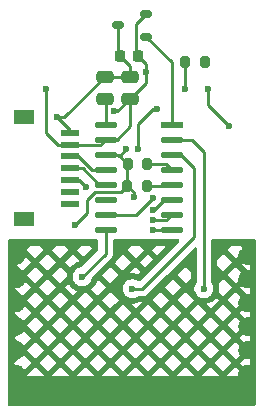
<source format=gbr>
%TF.GenerationSoftware,KiCad,Pcbnew,9.0.0*%
%TF.CreationDate,2025-02-26T19:49:16+08:00*%
%TF.ProjectId,keyboard,6b657962-6f61-4726-942e-6b696361645f,rev?*%
%TF.SameCoordinates,Original*%
%TF.FileFunction,Copper,L2,Bot*%
%TF.FilePolarity,Positive*%
%FSLAX46Y46*%
G04 Gerber Fmt 4.6, Leading zero omitted, Abs format (unit mm)*
G04 Created by KiCad (PCBNEW 9.0.0) date 2025-02-26 19:49:16*
%MOMM*%
%LPD*%
G01*
G04 APERTURE LIST*
G04 Aperture macros list*
%AMRoundRect*
0 Rectangle with rounded corners*
0 $1 Rounding radius*
0 $2 $3 $4 $5 $6 $7 $8 $9 X,Y pos of 4 corners*
0 Add a 4 corners polygon primitive as box body*
4,1,4,$2,$3,$4,$5,$6,$7,$8,$9,$2,$3,0*
0 Add four circle primitives for the rounded corners*
1,1,$1+$1,$2,$3*
1,1,$1+$1,$4,$5*
1,1,$1+$1,$6,$7*
1,1,$1+$1,$8,$9*
0 Add four rect primitives between the rounded corners*
20,1,$1+$1,$2,$3,$4,$5,0*
20,1,$1+$1,$4,$5,$6,$7,0*
20,1,$1+$1,$6,$7,$8,$9,0*
20,1,$1+$1,$8,$9,$2,$3,0*%
%AMOutline5P*
0 Free polygon, 5 corners , with rotation*
0 The origin of the aperture is its center*
0 number of corners: always 5*
0 $1 to $10 corner X, Y*
0 $11 Rotation angle, in degrees counterclockwise*
0 create outline with 5 corners*
4,1,5,$1,$2,$3,$4,$5,$6,$7,$8,$9,$10,$1,$2,$11*%
%AMOutline6P*
0 Free polygon, 6 corners , with rotation*
0 The origin of the aperture is its center*
0 number of corners: always 6*
0 $1 to $12 corner X, Y*
0 $13 Rotation angle, in degrees counterclockwise*
0 create outline with 6 corners*
4,1,6,$1,$2,$3,$4,$5,$6,$7,$8,$9,$10,$11,$12,$1,$2,$13*%
%AMOutline7P*
0 Free polygon, 7 corners , with rotation*
0 The origin of the aperture is its center*
0 number of corners: always 7*
0 $1 to $14 corner X, Y*
0 $15 Rotation angle, in degrees counterclockwise*
0 create outline with 7 corners*
4,1,7,$1,$2,$3,$4,$5,$6,$7,$8,$9,$10,$11,$12,$13,$14,$1,$2,$15*%
%AMOutline8P*
0 Free polygon, 8 corners , with rotation*
0 The origin of the aperture is its center*
0 number of corners: always 8*
0 $1 to $16 corner X, Y*
0 $17 Rotation angle, in degrees counterclockwise*
0 create outline with 8 corners*
4,1,8,$1,$2,$3,$4,$5,$6,$7,$8,$9,$10,$11,$12,$13,$14,$15,$16,$1,$2,$17*%
G04 Aperture macros list end*
%TA.AperFunction,SMDPad,CuDef*%
%ADD10RoundRect,0.200000X0.200000X0.275000X-0.200000X0.275000X-0.200000X-0.275000X0.200000X-0.275000X0*%
%TD*%
%TA.AperFunction,SMDPad,CuDef*%
%ADD11RoundRect,0.250000X0.475000X-0.250000X0.475000X0.250000X-0.475000X0.250000X-0.475000X-0.250000X0*%
%TD*%
%TA.AperFunction,SMDPad,CuDef*%
%ADD12RoundRect,0.225000X0.225000X0.250000X-0.225000X0.250000X-0.225000X-0.250000X0.225000X-0.250000X0*%
%TD*%
%TA.AperFunction,SMDPad,CuDef*%
%ADD13R,1.550000X0.600000*%
%TD*%
%TA.AperFunction,SMDPad,CuDef*%
%ADD14R,1.800000X1.200000*%
%TD*%
%TA.AperFunction,SMDPad,CuDef*%
%ADD15RoundRect,0.175000X0.325000X0.175000X-0.325000X0.175000X-0.325000X-0.175000X0.325000X-0.175000X0*%
%TD*%
%TA.AperFunction,SMDPad,CuDef*%
%ADD16R,1.828800X0.558800*%
%TD*%
%TA.AperFunction,SMDPad,CuDef*%
%ADD17Outline8P,-0.279400X0.774700X-0.139700X0.914400X0.139700X0.914400X0.279400X0.774700X0.279400X-0.774700X0.139700X-0.914400X-0.139700X-0.914400X-0.279400X-0.774700X270.000000*%
%TD*%
%TA.AperFunction,ViaPad*%
%ADD18C,0.600000*%
%TD*%
%TA.AperFunction,Conductor*%
%ADD19C,0.254000*%
%TD*%
G04 APERTURE END LIST*
D10*
%TO.P,R5,1*%
%TO.N,/MCS*%
X181385000Y-88640000D03*
%TO.P,R5,2*%
%TO.N,/CS_PREV*%
X179735000Y-88640000D03*
%TD*%
D11*
%TO.P,C1,2*%
%TO.N,GND*%
X172910000Y-89850894D03*
%TO.P,C1,1*%
%TO.N,Net-(U4-V33)*%
X172910000Y-91750894D03*
%TD*%
D10*
%TO.P,R4,1*%
%TO.N,/SCK*%
X176485000Y-99071750D03*
%TO.P,R4,2*%
%TO.N,GND*%
X174835000Y-99071750D03*
%TD*%
%TO.P,R3,1*%
%TO.N,/SDA*%
X176509500Y-97279000D03*
%TO.P,R3,2*%
%TO.N,GND*%
X174859500Y-97279000D03*
%TD*%
D12*
%TO.P,C3,1*%
%TO.N,5V*%
X175734106Y-88130000D03*
%TO.P,C3,2*%
%TO.N,GND*%
X174184106Y-88130000D03*
%TD*%
D13*
%TO.P,J1,1,Pin_1*%
%TO.N,/OK_PREV*%
X169952330Y-100600000D03*
%TO.P,J1,2,Pin_2*%
%TO.N,/OK_NEXT*%
X169952330Y-99600000D03*
%TO.P,J1,3,Pin_3*%
%TO.N,/RESET*%
X169952330Y-98600000D03*
%TO.P,J1,4,Pin_4*%
%TO.N,/DP*%
X169952330Y-97600000D03*
%TO.P,J1,5,Pin_5*%
%TO.N,/DM*%
X169952330Y-96600000D03*
%TO.P,J1,6,Pin_6*%
%TO.N,5V*%
X169952330Y-95600000D03*
%TO.P,J1,7,Pin_7*%
%TO.N,GND*%
X169952330Y-94600000D03*
D14*
%TO.P,J1,MP1*%
%TO.N,N/C*%
X166077330Y-101900000D03*
%TO.P,J1,MP2*%
X166077330Y-93300000D03*
%TD*%
D11*
%TO.P,C2,1*%
%TO.N,5V*%
X175030000Y-91750894D03*
%TO.P,C2,2*%
%TO.N,GND*%
X175030000Y-89850894D03*
%TD*%
D15*
%TO.P,U1,1,VCC*%
%TO.N,5V*%
X176400000Y-84557500D03*
%TO.P,U1,2,VOUT*%
%TO.N,/AIN*%
X176400000Y-86457500D03*
%TO.P,U1,3,GND*%
%TO.N,GND*%
X174000000Y-85507500D03*
%TD*%
D16*
%TO.P,U4,1,P3.2/TXD1_/INT0/VBUS1/AIN3*%
%TO.N,/AIN*%
X178562000Y-93904000D03*
D17*
%TO.P,U4,2,P1.4/T2_/CAP1_/SCS/TIN2/UCC1/AIN1*%
%TO.N,/TIN1*%
X178562000Y-95174000D03*
%TO.P,U4,3,P1.5/MOSI/PWM1/TIN3/UCC2/AIN2*%
%TO.N,/TIN2*%
X178562000Y-96444000D03*
%TO.P,U4,4,P1.6/MISO/RXD1/TIN4*%
%TO.N,/SDA*%
X178562000Y-97714000D03*
%TO.P,U4,5,P1.7/SCK/TXD1/TIN5*%
%TO.N,/SCK*%
X178562000Y-98984000D03*
%TO.P,U4,6,RST/T2EX_/CAP2_*%
%TO.N,/RESET*%
X178562000Y-100254000D03*
%TO.P,U4,7,P3.1/PWM2_/TXD*%
%TO.N,/OK_NEXT*%
X178562000Y-101524000D03*
%TO.P,U4,8,P3.0/PWM1_/RXD*%
%TO.N,/OK_PREV*%
X178562000Y-102794000D03*
%TO.P,U4,9,P1.1/T2EX/CAP2/TIN1/VBUS2/AIN0*%
%TO.N,/TIN0*%
X172974000Y-102794000D03*
%TO.P,U4,10,P3.3/INT1*%
%TO.N,/CS_PREV*%
X172974000Y-101524000D03*
%TO.P,U4,11,P3.4/PWM2/RXD1_/T0*%
%TO.N,/CS_NEXT*%
X172974000Y-100254000D03*
%TO.P,U4,12,P3.6/UDP*%
%TO.N,/DP*%
X172974000Y-98984000D03*
%TO.P,U4,13,P3.7/UDM*%
%TO.N,/DM*%
X172974000Y-97714000D03*
%TO.P,U4,14,GND/VSS*%
%TO.N,GND*%
X172974000Y-96444000D03*
%TO.P,U4,15,VCC/VDD*%
%TO.N,5V*%
X172974000Y-95174000D03*
%TO.P,U4,16,V33*%
%TO.N,Net-(U4-V33)*%
X172974000Y-93904000D03*
%TD*%
D18*
%TO.N,/CS_PREV*%
X179685000Y-90925000D03*
%TO.N,/MCS*%
X181400000Y-88700000D03*
%TO.N,GND*%
X165400000Y-105000000D03*
X165400000Y-107000000D03*
X165400000Y-109000000D03*
X165400000Y-111000000D03*
X165400000Y-113000000D03*
X165400000Y-115000000D03*
X165500000Y-116800000D03*
X167000000Y-116800000D03*
X169000000Y-116800000D03*
X171000000Y-116800000D03*
X173000000Y-116800000D03*
X175000000Y-116800000D03*
X177000000Y-116800000D03*
X179000000Y-116800000D03*
X181000000Y-116800000D03*
X183000000Y-116800000D03*
X185000000Y-105000000D03*
X185000000Y-107000000D03*
X185000000Y-109000000D03*
X185000000Y-111000000D03*
X185000000Y-113000000D03*
X185000000Y-115000000D03*
X185000000Y-116800000D03*
X183400000Y-94000000D03*
X181685000Y-90925000D03*
X170400000Y-102400000D03*
X175400000Y-100000000D03*
%TO.N,/CS_PREV*%
X177000000Y-100100000D03*
%TO.N,GND*%
X168900000Y-93300000D03*
X174700000Y-96000000D03*
%TO.N,5V*%
X176400000Y-89500000D03*
X173700000Y-92800000D03*
X167905000Y-90925000D03*
%TO.N,/RESET*%
X171300000Y-99200000D03*
%TO.N,/OK_NEXT*%
X169952330Y-99600000D03*
%TO.N,/OK_PREV*%
X169952330Y-100600000D03*
X177000000Y-102794000D03*
%TO.N,/OK_NEXT*%
X177000000Y-101993997D03*
%TO.N,/RESET*%
X177000000Y-101100000D03*
%TO.N,/CS_NEXT*%
X172974000Y-100254000D03*
%TO.N,/TIN2*%
X175252221Y-107800000D03*
%TO.N,/TIN1*%
X181307776Y-107800000D03*
%TO.N,/SCK_PREV*%
X177300000Y-92600000D03*
X175733332Y-96000000D03*
%TO.N,/SCK*%
X178562000Y-98984000D03*
%TO.N,/SDA*%
X178562000Y-97714000D03*
%TO.N,/TIN0*%
X171002221Y-106800000D03*
%TD*%
D19*
%TO.N,/CS_PREV*%
X179685000Y-88690000D02*
X179735000Y-88640000D01*
X179685000Y-90925000D02*
X179685000Y-88690000D01*
%TO.N,GND*%
X174184106Y-88084106D02*
X174000000Y-87900000D01*
X174184106Y-88130000D02*
X174184106Y-88084106D01*
X174000000Y-87900000D02*
X174000000Y-85507500D01*
X175030000Y-88975894D02*
X174184106Y-88130000D01*
X175030000Y-89850894D02*
X175030000Y-88975894D01*
%TO.N,5V*%
X175572000Y-85385500D02*
X176400000Y-84557500D01*
X175572000Y-87967894D02*
X175572000Y-85385500D01*
X175734106Y-88130000D02*
X175572000Y-87967894D01*
X176400000Y-88795894D02*
X175734106Y-88130000D01*
X176400000Y-89500000D02*
X176400000Y-88795894D01*
%TO.N,GND*%
X181685000Y-92285000D02*
X183400000Y-94000000D01*
X181685000Y-90925000D02*
X181685000Y-92285000D01*
%TO.N,/CS_PREV*%
X175576000Y-101524000D02*
X172974000Y-101524000D01*
X177000000Y-100100000D02*
X175576000Y-101524000D01*
%TO.N,GND*%
X169460894Y-93300000D02*
X172910000Y-89850894D01*
X168900000Y-93300000D02*
X169460894Y-93300000D01*
X175030000Y-89850894D02*
X172910000Y-89850894D01*
%TO.N,/RESET*%
X170700000Y-98600000D02*
X169952330Y-98600000D01*
X171300000Y-99200000D02*
X170700000Y-98600000D01*
%TO.N,GND*%
X175400000Y-99636750D02*
X174835000Y-99071750D01*
X175400000Y-100000000D02*
X175400000Y-99636750D01*
X174835000Y-99071750D02*
X174835000Y-99135000D01*
%TO.N,/RESET*%
X177100000Y-101100000D02*
X177946000Y-100254000D01*
X177946000Y-100254000D02*
X178562000Y-100254000D01*
X177000000Y-101100000D02*
X177100000Y-101100000D01*
%TO.N,/OK_NEXT*%
X178092003Y-101993997D02*
X178562000Y-101524000D01*
X177000000Y-101993997D02*
X178092003Y-101993997D01*
%TO.N,/OK_PREV*%
X177000000Y-102794000D02*
X178562000Y-102794000D01*
%TO.N,/SDA*%
X178127000Y-97279000D02*
X178562000Y-97714000D01*
X176509500Y-97279000D02*
X178127000Y-97279000D01*
%TO.N,/SCK*%
X178474250Y-99071750D02*
X178562000Y-98984000D01*
X176485000Y-99071750D02*
X178474250Y-99071750D01*
%TO.N,GND*%
X169952330Y-94352330D02*
X168900000Y-93300000D01*
X169952330Y-94600000D02*
X169952330Y-94352330D01*
X174256000Y-96444000D02*
X174700000Y-96000000D01*
X172974000Y-96444000D02*
X174256000Y-96444000D01*
X174024500Y-96444000D02*
X172974000Y-96444000D01*
X174859500Y-97279000D02*
X174024500Y-96444000D01*
X174835000Y-99071750D02*
X174835000Y-97303500D01*
X174835000Y-97303500D02*
X174859500Y-97279000D01*
%TO.N,5V*%
X176400000Y-90380894D02*
X175030000Y-91750894D01*
X176400000Y-89500000D02*
X176400000Y-90380894D01*
X173980894Y-92800000D02*
X175030000Y-91750894D01*
X173700000Y-92800000D02*
X173980894Y-92800000D01*
X168923330Y-95600000D02*
X169952330Y-95600000D01*
X167905000Y-94581670D02*
X168923330Y-95600000D01*
X167905000Y-90925000D02*
X167905000Y-94581670D01*
%TO.N,/TIN2*%
X180500000Y-103400000D02*
X176100000Y-107800000D01*
X179344000Y-96444000D02*
X180500000Y-97600000D01*
X180500000Y-97600000D02*
X180500000Y-103400000D01*
X178562000Y-96444000D02*
X179344000Y-96444000D01*
X176100000Y-107800000D02*
X175252221Y-107800000D01*
%TO.N,/TIN1*%
X181307776Y-96207776D02*
X181307776Y-107800000D01*
X178562000Y-95174000D02*
X180274000Y-95174000D01*
X180274000Y-95174000D02*
X181307776Y-96207776D01*
%TO.N,/SCK_PREV*%
X177010000Y-92600000D02*
X177300000Y-92600000D01*
X175733332Y-93876668D02*
X177010000Y-92600000D01*
X175733332Y-96000000D02*
X175733332Y-93876668D01*
%TO.N,5V*%
X175030000Y-94070000D02*
X175030000Y-91750894D01*
X173926000Y-95174000D02*
X175030000Y-94070000D01*
X172974000Y-95174000D02*
X173926000Y-95174000D01*
%TO.N,Net-(U4-V33)*%
X172974000Y-93904000D02*
X172974000Y-91814894D01*
X172974000Y-91814894D02*
X172910000Y-91750894D01*
%TO.N,5V*%
X172548000Y-95600000D02*
X172974000Y-95174000D01*
X169952330Y-95600000D02*
X172548000Y-95600000D01*
%TO.N,/AIN*%
X178562000Y-88619500D02*
X176400000Y-86457500D01*
X178562000Y-93904000D02*
X178562000Y-88619500D01*
%TO.N,/TIN0*%
X172974000Y-104828221D02*
X172974000Y-102794000D01*
X171002221Y-106800000D02*
X172974000Y-104828221D01*
%TO.N,/DP*%
X171039862Y-97600000D02*
X172423862Y-98984000D01*
X169952330Y-97600000D02*
X171039862Y-97600000D01*
X172423862Y-98984000D02*
X172974000Y-98984000D01*
%TO.N,/DM*%
X170683330Y-96600000D02*
X169952330Y-96600000D01*
X171797330Y-97714000D02*
X170683330Y-96600000D01*
X172974000Y-97714000D02*
X171797330Y-97714000D01*
%TO.N,GND*%
X171400000Y-101400000D02*
X170400000Y-102400000D01*
X171400000Y-101000000D02*
X171400000Y-101400000D01*
X171400000Y-100310036D02*
X171400000Y-101000000D01*
X172110036Y-99600000D02*
X171400000Y-100310036D01*
X174306750Y-99600000D02*
X172110036Y-99600000D01*
X174835000Y-99071750D02*
X174306750Y-99600000D01*
%TD*%
%TA.AperFunction,Conductor*%
%TO.N,GND*%
G36*
X172289539Y-103619685D02*
G01*
X172335294Y-103672489D01*
X172346500Y-103724000D01*
X172346500Y-104516939D01*
X172326815Y-104583978D01*
X172310181Y-104604620D01*
X170939893Y-105974907D01*
X170878570Y-106008392D01*
X170876404Y-106008843D01*
X170768729Y-106030261D01*
X170768719Y-106030264D01*
X170623048Y-106090602D01*
X170623035Y-106090609D01*
X170491932Y-106178210D01*
X170491928Y-106178213D01*
X170380434Y-106289707D01*
X170380431Y-106289711D01*
X170292830Y-106420814D01*
X170292823Y-106420827D01*
X170232485Y-106566498D01*
X170232482Y-106566510D01*
X170201721Y-106721153D01*
X170201721Y-106878846D01*
X170232482Y-107033489D01*
X170232485Y-107033501D01*
X170292823Y-107179172D01*
X170292830Y-107179185D01*
X170380431Y-107310288D01*
X170380434Y-107310292D01*
X170491928Y-107421786D01*
X170491932Y-107421789D01*
X170623035Y-107509390D01*
X170623048Y-107509397D01*
X170760904Y-107566498D01*
X170768724Y-107569737D01*
X170906442Y-107597131D01*
X170923374Y-107600499D01*
X170923377Y-107600500D01*
X170923379Y-107600500D01*
X171081065Y-107600500D01*
X171081066Y-107600499D01*
X171235718Y-107569737D01*
X171381400Y-107509394D01*
X171512510Y-107421789D01*
X171624010Y-107310289D01*
X171711615Y-107179179D01*
X171718095Y-107163536D01*
X171730230Y-107134239D01*
X171771958Y-107033497D01*
X171793377Y-106925812D01*
X171825760Y-106863906D01*
X171827255Y-106862383D01*
X172014893Y-106674745D01*
X172719170Y-106674745D01*
X173395965Y-107351540D01*
X174104486Y-106643019D01*
X174006266Y-106544799D01*
X174906983Y-106544799D01*
X174909573Y-106544218D01*
X175088218Y-106508683D01*
X175094218Y-106507642D01*
X175106362Y-106505841D01*
X175112401Y-106505096D01*
X175136742Y-106502699D01*
X175142811Y-106502251D01*
X175155068Y-106501649D01*
X175161151Y-106501500D01*
X175343291Y-106501500D01*
X175349374Y-106501649D01*
X175361631Y-106502251D01*
X175367700Y-106502699D01*
X175392041Y-106505096D01*
X175398080Y-106505841D01*
X175410224Y-106507642D01*
X175416224Y-106508683D01*
X175594869Y-106544218D01*
X175600819Y-106545554D01*
X175612727Y-106548538D01*
X175618582Y-106550159D01*
X175641987Y-106557259D01*
X175647768Y-106559168D01*
X175659321Y-106563302D01*
X175664996Y-106565492D01*
X175720018Y-106588282D01*
X175945544Y-106362756D01*
X175517285Y-105934497D01*
X174906983Y-106544799D01*
X174006266Y-106544799D01*
X173427691Y-105966224D01*
X172719170Y-106674745D01*
X172014893Y-106674745D01*
X173075552Y-105614087D01*
X173779832Y-105614087D01*
X174456625Y-106290880D01*
X175165147Y-105582358D01*
X175869424Y-105582358D01*
X176297682Y-106010617D01*
X177006204Y-105302095D01*
X176577946Y-104873837D01*
X175869424Y-105582358D01*
X175165147Y-105582358D01*
X174456625Y-104873836D01*
X173968163Y-105362298D01*
X173963521Y-105370985D01*
X173960516Y-105376290D01*
X173954204Y-105386820D01*
X173950950Y-105391957D01*
X173868689Y-105515070D01*
X173865186Y-105520045D01*
X173857875Y-105529903D01*
X173854129Y-105534704D01*
X173838613Y-105553610D01*
X173834644Y-105558211D01*
X173826401Y-105567307D01*
X173822198Y-105571722D01*
X173779832Y-105614087D01*
X173075552Y-105614087D01*
X173461411Y-105228229D01*
X173530083Y-105125454D01*
X173549676Y-105078151D01*
X173577386Y-105011255D01*
X173601500Y-104890024D01*
X173601500Y-104766417D01*
X173601500Y-104521698D01*
X174808764Y-104521698D01*
X175517285Y-105230220D01*
X176225807Y-104521698D01*
X176930084Y-104521698D01*
X177358343Y-104949957D01*
X178066865Y-104241436D01*
X178049429Y-104224000D01*
X177227783Y-104224000D01*
X176930084Y-104521698D01*
X176225807Y-104521698D01*
X175928109Y-104224000D01*
X175106463Y-104224000D01*
X174808764Y-104521698D01*
X173601500Y-104521698D01*
X173601500Y-103724000D01*
X173621185Y-103656961D01*
X173673989Y-103611206D01*
X173725500Y-103600000D01*
X179113219Y-103600000D01*
X179180258Y-103619685D01*
X179226013Y-103672489D01*
X179235957Y-103741647D01*
X179206932Y-103805203D01*
X179200900Y-103811681D01*
X175877545Y-107135035D01*
X175816222Y-107168520D01*
X175746530Y-107163536D01*
X175720973Y-107150456D01*
X175631406Y-107090609D01*
X175631393Y-107090602D01*
X175485722Y-107030264D01*
X175485710Y-107030261D01*
X175331066Y-106999500D01*
X175331063Y-106999500D01*
X175173379Y-106999500D01*
X175173376Y-106999500D01*
X175018731Y-107030261D01*
X175018719Y-107030264D01*
X174873048Y-107090602D01*
X174873035Y-107090609D01*
X174741932Y-107178210D01*
X174741928Y-107178213D01*
X174630434Y-107289707D01*
X174630431Y-107289711D01*
X174542830Y-107420814D01*
X174542823Y-107420827D01*
X174482485Y-107566498D01*
X174482482Y-107566510D01*
X174451721Y-107721153D01*
X174451721Y-107878846D01*
X174482482Y-108033489D01*
X174482485Y-108033501D01*
X174542823Y-108179172D01*
X174542830Y-108179185D01*
X174630431Y-108310288D01*
X174630434Y-108310292D01*
X174741928Y-108421786D01*
X174741932Y-108421789D01*
X174873035Y-108509390D01*
X174873048Y-108509397D01*
X175018719Y-108569735D01*
X175018724Y-108569737D01*
X175156442Y-108597131D01*
X175173374Y-108600499D01*
X175173377Y-108600500D01*
X175173379Y-108600500D01*
X175331065Y-108600500D01*
X175331066Y-108600499D01*
X175485718Y-108569737D01*
X175631400Y-108509394D01*
X175722687Y-108448398D01*
X175789364Y-108427520D01*
X175791578Y-108427500D01*
X176161804Y-108427500D01*
X176161805Y-108427499D01*
X176283035Y-108403386D01*
X176363784Y-108369937D01*
X176397233Y-108356083D01*
X176500008Y-108287411D01*
X176587411Y-108200008D01*
X177083740Y-107703679D01*
X177990744Y-107703679D01*
X178699266Y-108412200D01*
X179407787Y-107703679D01*
X178699266Y-106995157D01*
X177990744Y-107703679D01*
X177083740Y-107703679D01*
X178144400Y-106643019D01*
X179051404Y-106643019D01*
X179759926Y-107351540D01*
X180182276Y-106929191D01*
X180182276Y-106356847D01*
X179759926Y-105934497D01*
X179051404Y-106643019D01*
X178144400Y-106643019D01*
X180468595Y-104318824D01*
X180529918Y-104285339D01*
X180599610Y-104290323D01*
X180655543Y-104332195D01*
X180679960Y-104397659D01*
X180680276Y-104406505D01*
X180680276Y-107260642D01*
X180660591Y-107327681D01*
X180659378Y-107329533D01*
X180598385Y-107420814D01*
X180598378Y-107420827D01*
X180538040Y-107566498D01*
X180538037Y-107566510D01*
X180507276Y-107721153D01*
X180507276Y-107878846D01*
X180538037Y-108033489D01*
X180538040Y-108033501D01*
X180598378Y-108179172D01*
X180598385Y-108179185D01*
X180685986Y-108310288D01*
X180685989Y-108310292D01*
X180797483Y-108421786D01*
X180797487Y-108421789D01*
X180928590Y-108509390D01*
X180928603Y-108509397D01*
X181074274Y-108569735D01*
X181074279Y-108569737D01*
X181211997Y-108597131D01*
X181228929Y-108600499D01*
X181228932Y-108600500D01*
X181228934Y-108600500D01*
X181386620Y-108600500D01*
X181386621Y-108600499D01*
X181541273Y-108569737D01*
X181686955Y-108509394D01*
X181818065Y-108421789D01*
X181929565Y-108310289D01*
X182017170Y-108179179D01*
X182077513Y-108033497D01*
X182108276Y-107878842D01*
X182108276Y-107721158D01*
X182108276Y-107721155D01*
X182108275Y-107721153D01*
X182099915Y-107679125D01*
X182077513Y-107566503D01*
X182053856Y-107509390D01*
X182017173Y-107420827D01*
X182017166Y-107420814D01*
X181998365Y-107392676D01*
X182544387Y-107392676D01*
X182544474Y-107392900D01*
X182548608Y-107404453D01*
X182550517Y-107410234D01*
X182557617Y-107433639D01*
X182559238Y-107439494D01*
X182562222Y-107451402D01*
X182563558Y-107457352D01*
X182599093Y-107635997D01*
X182600134Y-107641997D01*
X182601935Y-107654141D01*
X182602680Y-107660180D01*
X182605077Y-107684521D01*
X182605525Y-107690590D01*
X182606127Y-107702847D01*
X182606276Y-107708930D01*
X182606276Y-107891070D01*
X182606127Y-107897153D01*
X182605525Y-107909410D01*
X182605077Y-107915479D01*
X182602680Y-107939820D01*
X182601935Y-107945859D01*
X182600134Y-107958003D01*
X182599093Y-107964004D01*
X182581608Y-108051901D01*
X182941907Y-108412200D01*
X183650428Y-107703679D01*
X183650427Y-107703678D01*
X184354705Y-107703678D01*
X184884780Y-108233754D01*
X184911791Y-108228382D01*
X184935981Y-108226000D01*
X185064019Y-108226000D01*
X185088210Y-108228383D01*
X185201500Y-108250917D01*
X185201500Y-107749082D01*
X185088210Y-107771617D01*
X185064019Y-107774000D01*
X184935981Y-107774000D01*
X184911790Y-107771617D01*
X184786211Y-107746638D01*
X184762949Y-107739582D01*
X184644657Y-107690583D01*
X184623220Y-107679125D01*
X184516759Y-107607991D01*
X184497968Y-107592569D01*
X184481891Y-107576492D01*
X184354705Y-107703678D01*
X183650427Y-107703678D01*
X182941906Y-106995157D01*
X182544387Y-107392676D01*
X181998365Y-107392676D01*
X181956174Y-107329533D01*
X181935296Y-107262855D01*
X181935276Y-107260642D01*
X181935276Y-106643019D01*
X183294045Y-106643019D01*
X184002566Y-107351540D01*
X184234606Y-107119500D01*
X184228383Y-107088210D01*
X184226000Y-107064019D01*
X184226000Y-106935981D01*
X184228383Y-106911790D01*
X184253362Y-106786211D01*
X184260418Y-106762949D01*
X184309417Y-106644657D01*
X184320875Y-106623220D01*
X184392009Y-106516759D01*
X184407431Y-106497968D01*
X184486734Y-106418664D01*
X184002567Y-105934497D01*
X183294045Y-106643019D01*
X181935276Y-106643019D01*
X181935276Y-105382468D01*
X182433276Y-105382468D01*
X182433276Y-105782249D01*
X182941907Y-106290880D01*
X183650428Y-105582358D01*
X184354705Y-105582358D01*
X184998347Y-106226000D01*
X185064019Y-106226000D01*
X185088210Y-106228383D01*
X185119498Y-106234606D01*
X185201500Y-106152605D01*
X185201500Y-105749082D01*
X185088210Y-105771617D01*
X185064019Y-105774000D01*
X184935981Y-105774000D01*
X184911790Y-105771617D01*
X184786211Y-105746638D01*
X184762949Y-105739582D01*
X184644657Y-105690583D01*
X184623220Y-105679125D01*
X184516759Y-105607991D01*
X184497968Y-105592569D01*
X184421231Y-105515832D01*
X184354705Y-105582358D01*
X183650428Y-105582358D01*
X182941906Y-104873837D01*
X182433276Y-105382468D01*
X181935276Y-105382468D01*
X181935276Y-104521698D01*
X183294045Y-104521698D01*
X184002567Y-105230220D01*
X184226000Y-105006787D01*
X184226000Y-104935981D01*
X184228383Y-104911790D01*
X184253362Y-104786211D01*
X184260418Y-104762949D01*
X184309417Y-104644657D01*
X184320875Y-104623220D01*
X184392009Y-104516759D01*
X184407431Y-104497968D01*
X184497968Y-104407431D01*
X184516759Y-104392009D01*
X184555508Y-104366118D01*
X184413390Y-104224000D01*
X183591744Y-104224000D01*
X183294045Y-104521698D01*
X181935276Y-104521698D01*
X181935276Y-103724000D01*
X181954961Y-103656961D01*
X182007765Y-103611206D01*
X182059276Y-103600000D01*
X185575500Y-103600000D01*
X185642539Y-103619685D01*
X185688294Y-103672489D01*
X185699500Y-103724000D01*
X185699500Y-115800000D01*
X164700500Y-115800000D01*
X164700500Y-115128300D01*
X166323482Y-115128300D01*
X166371182Y-115176000D01*
X167692827Y-115176000D01*
X167740526Y-115128301D01*
X168444803Y-115128301D01*
X168492502Y-115176000D01*
X169814147Y-115176000D01*
X169861846Y-115128300D01*
X170566123Y-115128300D01*
X170613823Y-115176000D01*
X171935468Y-115176000D01*
X171983167Y-115128301D01*
X171983166Y-115128300D01*
X172687443Y-115128300D01*
X172735143Y-115176000D01*
X174056788Y-115176000D01*
X174104487Y-115128301D01*
X174808764Y-115128301D01*
X174856463Y-115176000D01*
X176178108Y-115176000D01*
X176225807Y-115128300D01*
X176930084Y-115128300D01*
X176977784Y-115176000D01*
X178299429Y-115176000D01*
X178347128Y-115128301D01*
X178347127Y-115128300D01*
X179051404Y-115128300D01*
X179099104Y-115176000D01*
X180420749Y-115176000D01*
X180468448Y-115128301D01*
X181172725Y-115128301D01*
X181220424Y-115176000D01*
X182542069Y-115176000D01*
X182589768Y-115128300D01*
X183294045Y-115128300D01*
X183341745Y-115176000D01*
X184245845Y-115176000D01*
X184228383Y-115088210D01*
X184226000Y-115064019D01*
X184226000Y-114935981D01*
X184228383Y-114911790D01*
X184253362Y-114786211D01*
X184260418Y-114762949D01*
X184285407Y-114702619D01*
X184002567Y-114419779D01*
X183294045Y-115128300D01*
X182589768Y-115128300D01*
X181881246Y-114419779D01*
X181172725Y-115128301D01*
X180468448Y-115128301D01*
X179759926Y-114419779D01*
X179051404Y-115128300D01*
X178347127Y-115128300D01*
X177638606Y-114419779D01*
X176930084Y-115128300D01*
X176225807Y-115128300D01*
X175517285Y-114419779D01*
X174808764Y-115128301D01*
X174104487Y-115128301D01*
X173395965Y-114419779D01*
X172687443Y-115128300D01*
X171983166Y-115128300D01*
X171274645Y-114419779D01*
X170566123Y-115128300D01*
X169861846Y-115128300D01*
X169153324Y-114419779D01*
X168444803Y-115128301D01*
X167740526Y-115128301D01*
X167032004Y-114419779D01*
X166323482Y-115128300D01*
X164700500Y-115128300D01*
X164700500Y-114067639D01*
X165262822Y-114067639D01*
X165421183Y-114226000D01*
X165464019Y-114226000D01*
X165488210Y-114228383D01*
X165613789Y-114253362D01*
X165637051Y-114260418D01*
X165755343Y-114309417D01*
X165776780Y-114320875D01*
X165883241Y-114392009D01*
X165902032Y-114407431D01*
X165992569Y-114497968D01*
X166007991Y-114516759D01*
X166079125Y-114623220D01*
X166090583Y-114644657D01*
X166094175Y-114653329D01*
X166679864Y-114067640D01*
X167384143Y-114067640D01*
X168092664Y-114776161D01*
X168801186Y-114067640D01*
X169505463Y-114067640D01*
X170213984Y-114776161D01*
X170922506Y-114067640D01*
X171626783Y-114067640D01*
X172335305Y-114776161D01*
X173043826Y-114067640D01*
X173748104Y-114067640D01*
X174456625Y-114776161D01*
X175165147Y-114067640D01*
X175869424Y-114067640D01*
X176577945Y-114776161D01*
X177286467Y-114067640D01*
X177990744Y-114067640D01*
X178699266Y-114776161D01*
X179407787Y-114067640D01*
X180112065Y-114067640D01*
X180820586Y-114776161D01*
X181529108Y-114067640D01*
X182233385Y-114067640D01*
X182941907Y-114776161D01*
X183650428Y-114067640D01*
X183650427Y-114067639D01*
X184354705Y-114067639D01*
X184614061Y-114326995D01*
X184623221Y-114320875D01*
X184644657Y-114309417D01*
X184762949Y-114260418D01*
X184786211Y-114253362D01*
X184911790Y-114228383D01*
X184935981Y-114226000D01*
X185064019Y-114226000D01*
X185088210Y-114228383D01*
X185201500Y-114250917D01*
X185201500Y-113749082D01*
X185088210Y-113771617D01*
X185064019Y-113774000D01*
X184935981Y-113774000D01*
X184911790Y-113771617D01*
X184786211Y-113746638D01*
X184762949Y-113739582D01*
X184706249Y-113716095D01*
X184354705Y-114067639D01*
X183650427Y-114067639D01*
X182941907Y-113359119D01*
X182233385Y-114067640D01*
X181529108Y-114067640D01*
X180820586Y-113359118D01*
X180112065Y-114067640D01*
X179407787Y-114067640D01*
X178699266Y-113359118D01*
X177990744Y-114067640D01*
X177286467Y-114067640D01*
X176577945Y-113359118D01*
X175869424Y-114067640D01*
X175165147Y-114067640D01*
X174456625Y-113359118D01*
X173748104Y-114067640D01*
X173043826Y-114067640D01*
X172335305Y-113359118D01*
X171626783Y-114067640D01*
X170922506Y-114067640D01*
X170213984Y-113359118D01*
X169505463Y-114067640D01*
X168801186Y-114067640D01*
X168092664Y-113359118D01*
X167384143Y-114067640D01*
X166679864Y-114067640D01*
X166679865Y-114067639D01*
X166043028Y-113430802D01*
X166007991Y-113483241D01*
X165992569Y-113502032D01*
X165902032Y-113592569D01*
X165883241Y-113607991D01*
X165776780Y-113679125D01*
X165755343Y-113690583D01*
X165637051Y-113739582D01*
X165613788Y-113746639D01*
X165576383Y-113754079D01*
X165262822Y-114067639D01*
X164700500Y-114067639D01*
X164700500Y-113006980D01*
X166323482Y-113006980D01*
X167032004Y-113715501D01*
X167740525Y-113006980D01*
X168444803Y-113006980D01*
X169153324Y-113715501D01*
X169861846Y-113006980D01*
X170566123Y-113006980D01*
X171274645Y-113715501D01*
X171983166Y-113006980D01*
X172687443Y-113006980D01*
X173395965Y-113715501D01*
X174104486Y-113006980D01*
X174808764Y-113006980D01*
X175517285Y-113715501D01*
X176225807Y-113006980D01*
X176930084Y-113006980D01*
X177638606Y-113715501D01*
X178347127Y-113006980D01*
X179051404Y-113006980D01*
X179759926Y-113715501D01*
X180468447Y-113006980D01*
X181172725Y-113006980D01*
X181881246Y-113715501D01*
X182589768Y-113006980D01*
X183294045Y-113006980D01*
X184002566Y-113715501D01*
X184329051Y-113389016D01*
X184320875Y-113376780D01*
X184309417Y-113355343D01*
X184260418Y-113237051D01*
X184253362Y-113213789D01*
X184228383Y-113088210D01*
X184226000Y-113064019D01*
X184226000Y-112935981D01*
X184228383Y-112911790D01*
X184253362Y-112786211D01*
X184260418Y-112762949D01*
X184309417Y-112644657D01*
X184320875Y-112623221D01*
X184323460Y-112619352D01*
X184002567Y-112298459D01*
X183294045Y-113006980D01*
X182589768Y-113006980D01*
X181881246Y-112298458D01*
X181172725Y-113006980D01*
X180468447Y-113006980D01*
X179759926Y-112298458D01*
X179051404Y-113006980D01*
X178347127Y-113006980D01*
X177638606Y-112298458D01*
X176930084Y-113006980D01*
X176225807Y-113006980D01*
X175517285Y-112298458D01*
X174808764Y-113006980D01*
X174104486Y-113006980D01*
X173395965Y-112298458D01*
X172687443Y-113006980D01*
X171983166Y-113006980D01*
X171274645Y-112298458D01*
X170566123Y-113006980D01*
X169861846Y-113006980D01*
X169153324Y-112298458D01*
X168444803Y-113006980D01*
X167740525Y-113006980D01*
X167032004Y-112298458D01*
X166323482Y-113006980D01*
X164700500Y-113006980D01*
X164700500Y-111946320D01*
X165262823Y-111946320D01*
X165558958Y-112242455D01*
X165613789Y-112253362D01*
X165637051Y-112260418D01*
X165755343Y-112309417D01*
X165776780Y-112320875D01*
X165883241Y-112392009D01*
X165902032Y-112407431D01*
X165992569Y-112497968D01*
X166007991Y-112516759D01*
X166048619Y-112577564D01*
X166679864Y-111946320D01*
X167384143Y-111946320D01*
X168092664Y-112654841D01*
X168801186Y-111946320D01*
X169505463Y-111946320D01*
X170213984Y-112654841D01*
X170922506Y-111946320D01*
X171626784Y-111946320D01*
X172335305Y-112654841D01*
X173043826Y-111946320D01*
X173748104Y-111946320D01*
X174456625Y-112654841D01*
X175165147Y-111946320D01*
X175869424Y-111946320D01*
X176577945Y-112654841D01*
X177286467Y-111946320D01*
X177990745Y-111946320D01*
X178699266Y-112654841D01*
X179407787Y-111946320D01*
X180112065Y-111946320D01*
X180820586Y-112654841D01*
X181529108Y-111946320D01*
X182233386Y-111946320D01*
X182941907Y-112654841D01*
X183650428Y-111946320D01*
X183650427Y-111946319D01*
X184354705Y-111946319D01*
X184696378Y-112287992D01*
X184762949Y-112260418D01*
X184786211Y-112253362D01*
X184911790Y-112228383D01*
X184935981Y-112226000D01*
X185064019Y-112226000D01*
X185088210Y-112228383D01*
X185201500Y-112250917D01*
X185201500Y-111749082D01*
X185088210Y-111771617D01*
X185064019Y-111774000D01*
X184935981Y-111774000D01*
X184911790Y-111771617D01*
X184786211Y-111746638D01*
X184762949Y-111739582D01*
X184644657Y-111690583D01*
X184623219Y-111679124D01*
X184622429Y-111678596D01*
X184354705Y-111946319D01*
X183650427Y-111946319D01*
X182941907Y-111237799D01*
X182233386Y-111946320D01*
X181529108Y-111946320D01*
X180820586Y-111237798D01*
X180112065Y-111946320D01*
X179407787Y-111946320D01*
X178699266Y-111237798D01*
X177990745Y-111946320D01*
X177286467Y-111946320D01*
X176577945Y-111237798D01*
X175869424Y-111946320D01*
X175165147Y-111946320D01*
X174456625Y-111237798D01*
X173748104Y-111946320D01*
X173043826Y-111946320D01*
X172335305Y-111237798D01*
X171626784Y-111946320D01*
X170922506Y-111946320D01*
X170213984Y-111237798D01*
X169505463Y-111946320D01*
X168801186Y-111946320D01*
X168092664Y-111237798D01*
X167384143Y-111946320D01*
X166679864Y-111946320D01*
X166679865Y-111946319D01*
X166089992Y-111356447D01*
X166079125Y-111376780D01*
X166007991Y-111483241D01*
X165992569Y-111502032D01*
X165902032Y-111592569D01*
X165883241Y-111607991D01*
X165776780Y-111679125D01*
X165755343Y-111690583D01*
X165637051Y-111739582D01*
X165613789Y-111746638D01*
X165488210Y-111771617D01*
X165464019Y-111774000D01*
X165435143Y-111774000D01*
X165262823Y-111946320D01*
X164700500Y-111946320D01*
X164700500Y-110885659D01*
X166323482Y-110885659D01*
X167032004Y-111594181D01*
X167740525Y-110885659D01*
X168444803Y-110885659D01*
X169153324Y-111594181D01*
X169861846Y-110885659D01*
X170566123Y-110885659D01*
X171274645Y-111594181D01*
X171983166Y-110885659D01*
X172687443Y-110885659D01*
X173395965Y-111594181D01*
X174104486Y-110885659D01*
X174808764Y-110885659D01*
X175517285Y-111594181D01*
X176225807Y-110885659D01*
X176930084Y-110885659D01*
X177638606Y-111594181D01*
X178347127Y-110885659D01*
X179051404Y-110885659D01*
X179759926Y-111594181D01*
X180468447Y-110885659D01*
X181172725Y-110885659D01*
X181881246Y-111594181D01*
X182589768Y-110885659D01*
X183294045Y-110885659D01*
X184002566Y-111594180D01*
X184289496Y-111307250D01*
X184260418Y-111237051D01*
X184253362Y-111213789D01*
X184228383Y-111088210D01*
X184226000Y-111064019D01*
X184226000Y-110935981D01*
X184228383Y-110911790D01*
X184253362Y-110786211D01*
X184260418Y-110762949D01*
X184309417Y-110644657D01*
X184320875Y-110623220D01*
X184372053Y-110546624D01*
X184002567Y-110177138D01*
X183294045Y-110885659D01*
X182589768Y-110885659D01*
X181881246Y-110177138D01*
X181172725Y-110885659D01*
X180468447Y-110885659D01*
X179759926Y-110177138D01*
X179051404Y-110885659D01*
X178347127Y-110885659D01*
X177638606Y-110177138D01*
X176930084Y-110885659D01*
X176225807Y-110885659D01*
X175517285Y-110177138D01*
X174808764Y-110885659D01*
X174104486Y-110885659D01*
X173395965Y-110177138D01*
X172687443Y-110885659D01*
X171983166Y-110885659D01*
X171274645Y-110177138D01*
X170566123Y-110885659D01*
X169861846Y-110885659D01*
X169153324Y-110177138D01*
X168444803Y-110885659D01*
X167740525Y-110885659D01*
X167032004Y-110177138D01*
X166323482Y-110885659D01*
X164700500Y-110885659D01*
X164700500Y-109824999D01*
X165262822Y-109824999D01*
X165741509Y-110303686D01*
X165755344Y-110309417D01*
X165776780Y-110320875D01*
X165883241Y-110392009D01*
X165902032Y-110407431D01*
X165992569Y-110497968D01*
X165999027Y-110505837D01*
X166679865Y-109824999D01*
X167384143Y-109824999D01*
X168092664Y-110533521D01*
X168801186Y-109824999D01*
X169505463Y-109824999D01*
X170213984Y-110533521D01*
X170922506Y-109824999D01*
X171626783Y-109824999D01*
X172335305Y-110533521D01*
X173043826Y-109824999D01*
X173748104Y-109824999D01*
X174456625Y-110533521D01*
X175165147Y-109824999D01*
X175869424Y-109824999D01*
X176577945Y-110533521D01*
X177286467Y-109824999D01*
X177990744Y-109824999D01*
X178699266Y-110533521D01*
X179407787Y-109824999D01*
X180112065Y-109824999D01*
X180820586Y-110533521D01*
X181529108Y-109824999D01*
X182233385Y-109824999D01*
X182941907Y-110533521D01*
X183650428Y-109824999D01*
X184354705Y-109824999D01*
X184783799Y-110254093D01*
X184786211Y-110253362D01*
X184911790Y-110228383D01*
X184935981Y-110226000D01*
X185064019Y-110226000D01*
X185088210Y-110228383D01*
X185201500Y-110250917D01*
X185201500Y-109749082D01*
X185088210Y-109771617D01*
X185064019Y-109774000D01*
X184935981Y-109774000D01*
X184911790Y-109771617D01*
X184786211Y-109746638D01*
X184762949Y-109739582D01*
X184644657Y-109690583D01*
X184623220Y-109679125D01*
X184549702Y-109630002D01*
X184354705Y-109824999D01*
X183650428Y-109824999D01*
X182941907Y-109116478D01*
X182233385Y-109824999D01*
X181529108Y-109824999D01*
X180820586Y-109116478D01*
X180112065Y-109824999D01*
X179407787Y-109824999D01*
X178699266Y-109116478D01*
X177990744Y-109824999D01*
X177286467Y-109824999D01*
X176577945Y-109116478D01*
X175869424Y-109824999D01*
X175165147Y-109824999D01*
X174456625Y-109116478D01*
X173748104Y-109824999D01*
X173043826Y-109824999D01*
X172335305Y-109116478D01*
X171626783Y-109824999D01*
X170922506Y-109824999D01*
X170213984Y-109116478D01*
X169505463Y-109824999D01*
X168801186Y-109824999D01*
X168092664Y-109116478D01*
X167384143Y-109824999D01*
X166679865Y-109824999D01*
X166125621Y-109270755D01*
X166090583Y-109355343D01*
X166079125Y-109376780D01*
X166007991Y-109483241D01*
X165992569Y-109502032D01*
X165902032Y-109592569D01*
X165883241Y-109607991D01*
X165776780Y-109679125D01*
X165755343Y-109690583D01*
X165637051Y-109739582D01*
X165613789Y-109746638D01*
X165488210Y-109771617D01*
X165464019Y-109774000D01*
X165335981Y-109774000D01*
X165315809Y-109772012D01*
X165262822Y-109824999D01*
X164700500Y-109824999D01*
X164700500Y-108764339D01*
X166323482Y-108764339D01*
X167032004Y-109472860D01*
X167740525Y-108764339D01*
X168444803Y-108764339D01*
X169153324Y-109472860D01*
X169861846Y-108764339D01*
X169861845Y-108764338D01*
X170566123Y-108764338D01*
X171274645Y-109472860D01*
X171983166Y-108764339D01*
X172687443Y-108764339D01*
X173395965Y-109472860D01*
X173771127Y-109097698D01*
X175142123Y-109097698D01*
X175517285Y-109472860D01*
X176064646Y-108925500D01*
X175905030Y-108925500D01*
X175897906Y-108930260D01*
X175892763Y-108933517D01*
X175882232Y-108939829D01*
X175876936Y-108942829D01*
X175855366Y-108954358D01*
X175849930Y-108957094D01*
X175838836Y-108962341D01*
X175833272Y-108964807D01*
X175664996Y-109034508D01*
X175659321Y-109036698D01*
X175647768Y-109040832D01*
X175641987Y-109042741D01*
X175618582Y-109049841D01*
X175612727Y-109051462D01*
X175600819Y-109054446D01*
X175594869Y-109055782D01*
X175416224Y-109091317D01*
X175410224Y-109092358D01*
X175398080Y-109094159D01*
X175392041Y-109094904D01*
X175367700Y-109097301D01*
X175361631Y-109097749D01*
X175349374Y-109098351D01*
X175343291Y-109098500D01*
X175161151Y-109098500D01*
X175155068Y-109098351D01*
X175142811Y-109097749D01*
X175142123Y-109097698D01*
X173771127Y-109097698D01*
X174104486Y-108764339D01*
X176930084Y-108764339D01*
X177638606Y-109472860D01*
X178347127Y-108764339D01*
X179051404Y-108764339D01*
X179759925Y-109472860D01*
X180146101Y-109086684D01*
X181495070Y-109086684D01*
X181881246Y-109472860D01*
X182589768Y-108764339D01*
X183294045Y-108764339D01*
X184002566Y-109472860D01*
X184255288Y-109220139D01*
X184253362Y-109213789D01*
X184228383Y-109088210D01*
X184226000Y-109064019D01*
X184226000Y-108935981D01*
X184228383Y-108911790D01*
X184253362Y-108786211D01*
X184260418Y-108762949D01*
X184309417Y-108644657D01*
X184320875Y-108623220D01*
X184392009Y-108516759D01*
X184407431Y-108497968D01*
X184426074Y-108479325D01*
X184002567Y-108055818D01*
X183294045Y-108764339D01*
X182589768Y-108764339D01*
X182371176Y-108545747D01*
X182336843Y-108597131D01*
X182333340Y-108602105D01*
X182326029Y-108611963D01*
X182322283Y-108616764D01*
X182306767Y-108635670D01*
X182302798Y-108640271D01*
X182294555Y-108649367D01*
X182290352Y-108653781D01*
X182161557Y-108782576D01*
X182157143Y-108786779D01*
X182148047Y-108795022D01*
X182143446Y-108798991D01*
X182124540Y-108814507D01*
X182119739Y-108818253D01*
X182109881Y-108825564D01*
X182104907Y-108829067D01*
X181953461Y-108930261D01*
X181948311Y-108933522D01*
X181937780Y-108939833D01*
X181932491Y-108942829D01*
X181910921Y-108954358D01*
X181905485Y-108957094D01*
X181894391Y-108962341D01*
X181888827Y-108964807D01*
X181720551Y-109034508D01*
X181714876Y-109036698D01*
X181703323Y-109040832D01*
X181697542Y-109042741D01*
X181674137Y-109049841D01*
X181668282Y-109051462D01*
X181656374Y-109054446D01*
X181650424Y-109055782D01*
X181495070Y-109086684D01*
X180146101Y-109086684D01*
X180452102Y-108780683D01*
X180325200Y-108653781D01*
X180320997Y-108649367D01*
X180312754Y-108640271D01*
X180308785Y-108635670D01*
X180293269Y-108616764D01*
X180289523Y-108611963D01*
X180282212Y-108602105D01*
X180278709Y-108597131D01*
X180233338Y-108529229D01*
X179759926Y-108055817D01*
X179051404Y-108764339D01*
X178347127Y-108764339D01*
X177638606Y-108055817D01*
X176930084Y-108764339D01*
X174104486Y-108764339D01*
X173395965Y-108055817D01*
X172687443Y-108764339D01*
X171983166Y-108764339D01*
X171286265Y-108067438D01*
X171257252Y-108073209D01*
X170566123Y-108764338D01*
X169861845Y-108764338D01*
X169153324Y-108055817D01*
X168444803Y-108764339D01*
X167740525Y-108764339D01*
X167032004Y-108055817D01*
X166323482Y-108764339D01*
X164700500Y-108764339D01*
X164700500Y-107773689D01*
X165332833Y-107773689D01*
X165971344Y-108412200D01*
X166679865Y-107703679D01*
X167384143Y-107703679D01*
X168092664Y-108412200D01*
X168801186Y-107703679D01*
X168801185Y-107703678D01*
X169505462Y-107703678D01*
X170213984Y-108412200D01*
X170591055Y-108035129D01*
X170589446Y-108034508D01*
X170421170Y-107964807D01*
X170415606Y-107962341D01*
X170404512Y-107957094D01*
X170399076Y-107954358D01*
X170377506Y-107942829D01*
X170372217Y-107939833D01*
X170361686Y-107933522D01*
X170356536Y-107930261D01*
X170233371Y-107847964D01*
X171771069Y-107847964D01*
X172335305Y-108412200D01*
X173043826Y-107703679D01*
X172367031Y-107026883D01*
X172259675Y-107134239D01*
X172258004Y-107142643D01*
X172256671Y-107148582D01*
X172253687Y-107160496D01*
X172252061Y-107166371D01*
X172244960Y-107189775D01*
X172243051Y-107195550D01*
X172238918Y-107207100D01*
X172236729Y-107212775D01*
X172167028Y-107381050D01*
X172164562Y-107386614D01*
X172159315Y-107397708D01*
X172156580Y-107403141D01*
X172145051Y-107424712D01*
X172142054Y-107430004D01*
X172135743Y-107440535D01*
X172132482Y-107445685D01*
X172031288Y-107597131D01*
X172027785Y-107602105D01*
X172020474Y-107611963D01*
X172016728Y-107616764D01*
X172001212Y-107635670D01*
X171997243Y-107640271D01*
X171989000Y-107649367D01*
X171984797Y-107653781D01*
X171856002Y-107782576D01*
X171851588Y-107786779D01*
X171842492Y-107795022D01*
X171837891Y-107798991D01*
X171818985Y-107814507D01*
X171814184Y-107818253D01*
X171804326Y-107825564D01*
X171799352Y-107829067D01*
X171771069Y-107847964D01*
X170233371Y-107847964D01*
X170205090Y-107829067D01*
X170200116Y-107825564D01*
X170190258Y-107818253D01*
X170185457Y-107814507D01*
X170166551Y-107798991D01*
X170161950Y-107795022D01*
X170152854Y-107786779D01*
X170148440Y-107782576D01*
X170019645Y-107653781D01*
X170015442Y-107649367D01*
X170007199Y-107640271D01*
X170003230Y-107635670D01*
X169987714Y-107616764D01*
X169983968Y-107611963D01*
X169976657Y-107602105D01*
X169973154Y-107597131D01*
X169871960Y-107445685D01*
X169868699Y-107440535D01*
X169862388Y-107430004D01*
X169859392Y-107424715D01*
X169847863Y-107403145D01*
X169845127Y-107397709D01*
X169839880Y-107386615D01*
X169837414Y-107381051D01*
X169834683Y-107374458D01*
X169505462Y-107703678D01*
X168801185Y-107703678D01*
X168092664Y-106995157D01*
X167384143Y-107703679D01*
X166679865Y-107703679D01*
X166153828Y-107177641D01*
X166146638Y-107213789D01*
X166139582Y-107237051D01*
X166090583Y-107355343D01*
X166079125Y-107376780D01*
X166007991Y-107483241D01*
X165992569Y-107502032D01*
X165902032Y-107592569D01*
X165883241Y-107607991D01*
X165776780Y-107679125D01*
X165755343Y-107690583D01*
X165637051Y-107739582D01*
X165613789Y-107746638D01*
X165488210Y-107771617D01*
X165464019Y-107774000D01*
X165335981Y-107774000D01*
X165332833Y-107773689D01*
X164700500Y-107773689D01*
X164700500Y-106643019D01*
X166323482Y-106643019D01*
X167032004Y-107351540D01*
X167740525Y-106643019D01*
X168444803Y-106643019D01*
X169153324Y-107351540D01*
X169703721Y-106801144D01*
X169703721Y-106708930D01*
X169703870Y-106702847D01*
X169704472Y-106690590D01*
X169704920Y-106684521D01*
X169707317Y-106660180D01*
X169708062Y-106654141D01*
X169709863Y-106641997D01*
X169710904Y-106635997D01*
X169734782Y-106515955D01*
X169153324Y-105934497D01*
X168444803Y-106643019D01*
X167740525Y-106643019D01*
X167032004Y-105934497D01*
X166323482Y-106643019D01*
X164700500Y-106643019D01*
X164700500Y-105774000D01*
X165454464Y-105774000D01*
X165971344Y-106290880D01*
X166679865Y-105582358D01*
X167384143Y-105582358D01*
X168092664Y-106290880D01*
X168801186Y-105582358D01*
X169505463Y-105582358D01*
X169954256Y-106031151D01*
X169973154Y-106002869D01*
X169976657Y-105997895D01*
X169983968Y-105988037D01*
X169987714Y-105983236D01*
X170003230Y-105964330D01*
X170007199Y-105959729D01*
X170015442Y-105950633D01*
X170019645Y-105946219D01*
X170148440Y-105817424D01*
X170152854Y-105813221D01*
X170161950Y-105804978D01*
X170166551Y-105801009D01*
X170185457Y-105785493D01*
X170190258Y-105781747D01*
X170200116Y-105774436D01*
X170205090Y-105770933D01*
X170356536Y-105669739D01*
X170361686Y-105666478D01*
X170372217Y-105660167D01*
X170377506Y-105657171D01*
X170399076Y-105645642D01*
X170404512Y-105642906D01*
X170415606Y-105637659D01*
X170421170Y-105635193D01*
X170589446Y-105565492D01*
X170595121Y-105563302D01*
X170606674Y-105559168D01*
X170612453Y-105557259D01*
X170635857Y-105550159D01*
X170641726Y-105548535D01*
X170653635Y-105545552D01*
X170659569Y-105544219D01*
X170667974Y-105542546D01*
X170775334Y-105435186D01*
X170213984Y-104873837D01*
X169505463Y-105582358D01*
X168801186Y-105582358D01*
X168092664Y-104873837D01*
X167384143Y-105582358D01*
X166679865Y-105582358D01*
X166172881Y-105075374D01*
X166171617Y-105088210D01*
X166146638Y-105213789D01*
X166139582Y-105237051D01*
X166090583Y-105355343D01*
X166079125Y-105376780D01*
X166007991Y-105483241D01*
X165992569Y-105502032D01*
X165902032Y-105592569D01*
X165883241Y-105607991D01*
X165776780Y-105679125D01*
X165755343Y-105690583D01*
X165637051Y-105739582D01*
X165613789Y-105746638D01*
X165488210Y-105771617D01*
X165464019Y-105774000D01*
X165454464Y-105774000D01*
X164700500Y-105774000D01*
X164700500Y-104521698D01*
X166323482Y-104521698D01*
X167032004Y-105230220D01*
X167740525Y-104521698D01*
X168444803Y-104521698D01*
X169153324Y-105230220D01*
X169861846Y-104521698D01*
X170566123Y-104521698D01*
X171127473Y-105083048D01*
X171835994Y-104374526D01*
X171685468Y-104224000D01*
X170863822Y-104224000D01*
X170566123Y-104521698D01*
X169861846Y-104521698D01*
X169564148Y-104224000D01*
X168742502Y-104224000D01*
X168444803Y-104521698D01*
X167740525Y-104521698D01*
X167442827Y-104224000D01*
X166621181Y-104224000D01*
X166323482Y-104521698D01*
X164700500Y-104521698D01*
X164700500Y-103724000D01*
X164720185Y-103656961D01*
X164772989Y-103611206D01*
X164824500Y-103600000D01*
X172222500Y-103600000D01*
X172289539Y-103619685D01*
G37*
%TD.AperFunction*%
%TD*%
%TA.AperFunction,Conductor*%
%TO.N,GND*%
G36*
X185699500Y-117576000D02*
G01*
X185679815Y-117643039D01*
X185627011Y-117688794D01*
X185575500Y-117700000D01*
X164824500Y-117700000D01*
X164757461Y-117680315D01*
X164711706Y-117627511D01*
X164700500Y-117576000D01*
X164700500Y-115800000D01*
X185699500Y-115800000D01*
X185699500Y-117576000D01*
G37*
%TD.AperFunction*%
%TD*%
M02*

</source>
